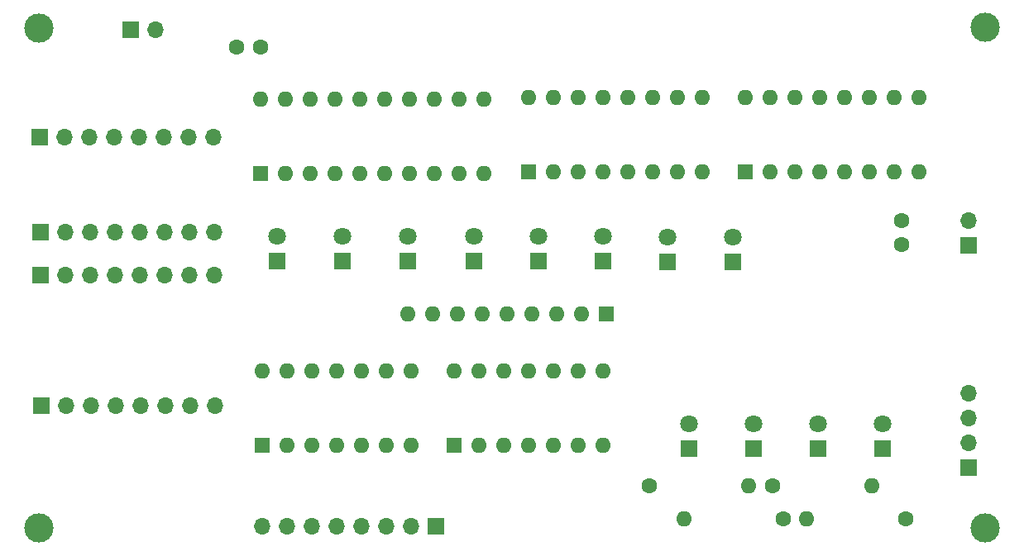
<source format=gbr>
%TF.GenerationSoftware,KiCad,Pcbnew,(5.1.9-0-10_14)*%
%TF.CreationDate,2021-05-08T23:41:31-04:00*%
%TF.ProjectId,ALU,414c552e-6b69-4636-9164-5f7063625858,rev?*%
%TF.SameCoordinates,Original*%
%TF.FileFunction,Soldermask,Bot*%
%TF.FilePolarity,Negative*%
%FSLAX46Y46*%
G04 Gerber Fmt 4.6, Leading zero omitted, Abs format (unit mm)*
G04 Created by KiCad (PCBNEW (5.1.9-0-10_14)) date 2021-05-08 23:41:31*
%MOMM*%
%LPD*%
G01*
G04 APERTURE LIST*
%ADD10O,1.700000X1.700000*%
%ADD11R,1.700000X1.700000*%
%ADD12O,1.600000X1.600000*%
%ADD13R,1.600000X1.600000*%
%ADD14C,1.800000*%
%ADD15R,1.800000X1.800000*%
%ADD16C,1.600000*%
%ADD17C,3.000000*%
G04 APERTURE END LIST*
D10*
%TO.C,J8*%
X93441520Y-108066840D03*
X95981520Y-108066840D03*
X98521520Y-108066840D03*
X101061520Y-108066840D03*
X103601520Y-108066840D03*
X106141520Y-108066840D03*
X108681520Y-108066840D03*
D11*
X111221520Y-108066840D03*
%TD*%
D10*
%TO.C,J7*%
X82529680Y-57109360D03*
D11*
X79989680Y-57109360D03*
%TD*%
D10*
%TO.C,J3*%
X88574880Y-95656400D03*
X86034880Y-95656400D03*
X83494880Y-95656400D03*
X80954880Y-95656400D03*
X78414880Y-95656400D03*
X75874880Y-95656400D03*
X73334880Y-95656400D03*
D11*
X70794880Y-95656400D03*
%TD*%
D10*
%TO.C,J5*%
X165755320Y-94391480D03*
X165755320Y-96931480D03*
X165755320Y-99471480D03*
D11*
X165755320Y-102011480D03*
%TD*%
D12*
%TO.C,RN1*%
X108366560Y-86314280D03*
X110906560Y-86314280D03*
X113446560Y-86314280D03*
X115986560Y-86314280D03*
X118526560Y-86314280D03*
X121066560Y-86314280D03*
X123606560Y-86314280D03*
X126146560Y-86314280D03*
D13*
X128686560Y-86314280D03*
%TD*%
D14*
%TO.C,D8*%
X141569440Y-78359000D03*
D15*
X141569440Y-80899000D03*
%TD*%
D14*
%TO.C,D7*%
X134940040Y-78359000D03*
D15*
X134940040Y-80899000D03*
%TD*%
D14*
%TO.C,D6*%
X128325880Y-78348840D03*
D15*
X128325880Y-80888840D03*
%TD*%
D14*
%TO.C,D5*%
X121696480Y-78333600D03*
D15*
X121696480Y-80873600D03*
%TD*%
D14*
%TO.C,D4*%
X115067080Y-78333600D03*
D15*
X115067080Y-80873600D03*
%TD*%
D14*
%TO.C,D3*%
X108351320Y-78333600D03*
D15*
X108351320Y-80873600D03*
%TD*%
D14*
%TO.C,D2*%
X101635560Y-78333600D03*
D15*
X101635560Y-80873600D03*
%TD*%
D14*
%TO.C,D1*%
X94935040Y-78308200D03*
D15*
X94935040Y-80848200D03*
%TD*%
D16*
%TO.C,C4*%
X90794200Y-58887360D03*
X93294200Y-58887360D03*
%TD*%
D17*
%TO.C,REF\u002A\u002A*%
X167457120Y-56926480D03*
%TD*%
%TO.C,REF\u002A\u002A*%
X167467280Y-108224320D03*
%TD*%
%TO.C,REF\u002A\u002A*%
X70591680Y-108193840D03*
%TD*%
%TO.C,REF\u002A\u002A*%
X70586600Y-56956960D03*
%TD*%
D10*
%TO.C,J6*%
X88539320Y-82326480D03*
X85999320Y-82326480D03*
X83459320Y-82326480D03*
X80919320Y-82326480D03*
X78379320Y-82326480D03*
X75839320Y-82326480D03*
X73299320Y-82326480D03*
D11*
X70759320Y-82326480D03*
%TD*%
D10*
%TO.C,J4*%
X88529160Y-77876400D03*
X85989160Y-77876400D03*
X83449160Y-77876400D03*
X80909160Y-77876400D03*
X78369160Y-77876400D03*
X75829160Y-77876400D03*
X73289160Y-77876400D03*
D11*
X70749160Y-77876400D03*
%TD*%
D12*
%TO.C,U15*%
X93411040Y-92120720D03*
X108651040Y-99740720D03*
X95951040Y-92120720D03*
X106111040Y-99740720D03*
X98491040Y-92120720D03*
X103571040Y-99740720D03*
X101031040Y-92120720D03*
X101031040Y-99740720D03*
X103571040Y-92120720D03*
X98491040Y-99740720D03*
X106111040Y-92120720D03*
X95951040Y-99740720D03*
X108651040Y-92120720D03*
D13*
X93411040Y-99740720D03*
%TD*%
D12*
%TO.C,U14*%
X113060480Y-92110560D03*
X128300480Y-99730560D03*
X115600480Y-92110560D03*
X125760480Y-99730560D03*
X118140480Y-92110560D03*
X123220480Y-99730560D03*
X120680480Y-92110560D03*
X120680480Y-99730560D03*
X123220480Y-92110560D03*
X118140480Y-99730560D03*
X125760480Y-92110560D03*
X115600480Y-99730560D03*
X128300480Y-92110560D03*
D13*
X113060480Y-99730560D03*
%TD*%
D12*
%TO.C,U13*%
X120703340Y-64089280D03*
X138483340Y-71709280D03*
X123243340Y-64089280D03*
X135943340Y-71709280D03*
X125783340Y-64089280D03*
X133403340Y-71709280D03*
X128323340Y-64089280D03*
X130863340Y-71709280D03*
X130863340Y-64089280D03*
X128323340Y-71709280D03*
X133403340Y-64089280D03*
X125783340Y-71709280D03*
X135943340Y-64089280D03*
X123243340Y-71709280D03*
X138483340Y-64089280D03*
D13*
X120703340Y-71709280D03*
%TD*%
D12*
%TO.C,U12*%
X142859760Y-64089280D03*
X160639760Y-71709280D03*
X145399760Y-64089280D03*
X158099760Y-71709280D03*
X147939760Y-64089280D03*
X155559760Y-71709280D03*
X150479760Y-64089280D03*
X153019760Y-71709280D03*
X153019760Y-64089280D03*
X150479760Y-71709280D03*
X155559760Y-64089280D03*
X147939760Y-71709280D03*
X158099760Y-64089280D03*
X145399760Y-71709280D03*
X160639760Y-64089280D03*
D13*
X142859760Y-71709280D03*
%TD*%
D12*
%TO.C,U11*%
X93294200Y-64256920D03*
X116154200Y-71876920D03*
X95834200Y-64256920D03*
X113614200Y-71876920D03*
X98374200Y-64256920D03*
X111074200Y-71876920D03*
X100914200Y-64256920D03*
X108534200Y-71876920D03*
X103454200Y-64256920D03*
X105994200Y-71876920D03*
X105994200Y-64256920D03*
X103454200Y-71876920D03*
X108534200Y-64256920D03*
X100914200Y-71876920D03*
X111074200Y-64256920D03*
X98374200Y-71876920D03*
X113614200Y-64256920D03*
X95834200Y-71876920D03*
X116154200Y-64256920D03*
D13*
X93294200Y-71876920D03*
%TD*%
D12*
%TO.C,R4*%
X143250920Y-103896160D03*
D16*
X133090920Y-103896160D03*
%TD*%
D12*
%TO.C,R3*%
X155829000Y-103896160D03*
D16*
X145669000Y-103896160D03*
%TD*%
D12*
%TO.C,R2*%
X136601200Y-107243880D03*
D16*
X146761200Y-107243880D03*
%TD*%
D12*
%TO.C,R1*%
X149179280Y-107243880D03*
D16*
X159339280Y-107243880D03*
%TD*%
D10*
%TO.C,J2*%
X88407240Y-68143120D03*
X85867240Y-68143120D03*
X83327240Y-68143120D03*
X80787240Y-68143120D03*
X78247240Y-68143120D03*
X75707240Y-68143120D03*
X73167240Y-68143120D03*
D11*
X70627240Y-68143120D03*
%TD*%
D10*
%TO.C,J1*%
X165755320Y-76667360D03*
D11*
X165755320Y-79207360D03*
%TD*%
D14*
%TO.C,D28*%
X137114280Y-97561400D03*
D15*
X137114280Y-100101400D03*
%TD*%
D14*
%TO.C,D27*%
X143743680Y-97566480D03*
D15*
X143743680Y-100106480D03*
%TD*%
D14*
%TO.C,D26*%
X150352760Y-97556320D03*
D15*
X150352760Y-100096320D03*
%TD*%
D14*
%TO.C,D25*%
X156966920Y-97551240D03*
D15*
X156966920Y-100091240D03*
%TD*%
D16*
%TO.C,C5*%
X158902400Y-79172440D03*
X158902400Y-76672440D03*
%TD*%
M02*

</source>
